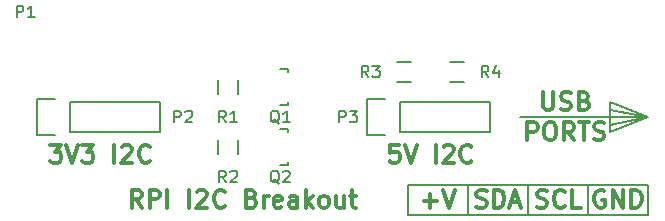
<source format=gbr>
%TF.GenerationSoftware,KiCad,Pcbnew,5.1.6+dfsg1-1~bpo10+1*%
%TF.CreationDate,2020-07-13T16:37:17+08:00*%
%TF.ProjectId,Pi-I2C,50692d49-3243-42e6-9b69-6361645f7063,rev?*%
%TF.SameCoordinates,Original*%
%TF.FileFunction,Legend,Top*%
%TF.FilePolarity,Positive*%
%FSLAX46Y46*%
G04 Gerber Fmt 4.6, Leading zero omitted, Abs format (unit mm)*
G04 Created by KiCad (PCBNEW 5.1.6+dfsg1-1~bpo10+1) date 2020-07-13 16:37:17*
%MOMM*%
%LPD*%
G01*
G04 APERTURE LIST*
%ADD10C,0.300000*%
%ADD11C,0.200000*%
%ADD12C,0.150000*%
G04 APERTURE END LIST*
D10*
X158469285Y-93388571D02*
X157969285Y-92674285D01*
X157612142Y-93388571D02*
X157612142Y-91888571D01*
X158183571Y-91888571D01*
X158326428Y-91960000D01*
X158397857Y-92031428D01*
X158469285Y-92174285D01*
X158469285Y-92388571D01*
X158397857Y-92531428D01*
X158326428Y-92602857D01*
X158183571Y-92674285D01*
X157612142Y-92674285D01*
X159112142Y-93388571D02*
X159112142Y-91888571D01*
X159683571Y-91888571D01*
X159826428Y-91960000D01*
X159897857Y-92031428D01*
X159969285Y-92174285D01*
X159969285Y-92388571D01*
X159897857Y-92531428D01*
X159826428Y-92602857D01*
X159683571Y-92674285D01*
X159112142Y-92674285D01*
X160612142Y-93388571D02*
X160612142Y-91888571D01*
X162469285Y-93388571D02*
X162469285Y-91888571D01*
X163112142Y-92031428D02*
X163183571Y-91960000D01*
X163326428Y-91888571D01*
X163683571Y-91888571D01*
X163826428Y-91960000D01*
X163897857Y-92031428D01*
X163969285Y-92174285D01*
X163969285Y-92317142D01*
X163897857Y-92531428D01*
X163040714Y-93388571D01*
X163969285Y-93388571D01*
X165469285Y-93245714D02*
X165397857Y-93317142D01*
X165183571Y-93388571D01*
X165040714Y-93388571D01*
X164826428Y-93317142D01*
X164683571Y-93174285D01*
X164612142Y-93031428D01*
X164540714Y-92745714D01*
X164540714Y-92531428D01*
X164612142Y-92245714D01*
X164683571Y-92102857D01*
X164826428Y-91960000D01*
X165040714Y-91888571D01*
X165183571Y-91888571D01*
X165397857Y-91960000D01*
X165469285Y-92031428D01*
X167755000Y-92602857D02*
X167969285Y-92674285D01*
X168040714Y-92745714D01*
X168112142Y-92888571D01*
X168112142Y-93102857D01*
X168040714Y-93245714D01*
X167969285Y-93317142D01*
X167826428Y-93388571D01*
X167255000Y-93388571D01*
X167255000Y-91888571D01*
X167755000Y-91888571D01*
X167897857Y-91960000D01*
X167969285Y-92031428D01*
X168040714Y-92174285D01*
X168040714Y-92317142D01*
X167969285Y-92460000D01*
X167897857Y-92531428D01*
X167755000Y-92602857D01*
X167255000Y-92602857D01*
X168755000Y-93388571D02*
X168755000Y-92388571D01*
X168755000Y-92674285D02*
X168826428Y-92531428D01*
X168897857Y-92460000D01*
X169040714Y-92388571D01*
X169183571Y-92388571D01*
X170255000Y-93317142D02*
X170112142Y-93388571D01*
X169826428Y-93388571D01*
X169683571Y-93317142D01*
X169612142Y-93174285D01*
X169612142Y-92602857D01*
X169683571Y-92460000D01*
X169826428Y-92388571D01*
X170112142Y-92388571D01*
X170255000Y-92460000D01*
X170326428Y-92602857D01*
X170326428Y-92745714D01*
X169612142Y-92888571D01*
X171612142Y-93388571D02*
X171612142Y-92602857D01*
X171540714Y-92460000D01*
X171397857Y-92388571D01*
X171112142Y-92388571D01*
X170969285Y-92460000D01*
X171612142Y-93317142D02*
X171469285Y-93388571D01*
X171112142Y-93388571D01*
X170969285Y-93317142D01*
X170897857Y-93174285D01*
X170897857Y-93031428D01*
X170969285Y-92888571D01*
X171112142Y-92817142D01*
X171469285Y-92817142D01*
X171612142Y-92745714D01*
X172326428Y-93388571D02*
X172326428Y-91888571D01*
X172469285Y-92817142D02*
X172897857Y-93388571D01*
X172897857Y-92388571D02*
X172326428Y-92960000D01*
X173755000Y-93388571D02*
X173612142Y-93317142D01*
X173540714Y-93245714D01*
X173469285Y-93102857D01*
X173469285Y-92674285D01*
X173540714Y-92531428D01*
X173612142Y-92460000D01*
X173755000Y-92388571D01*
X173969285Y-92388571D01*
X174112142Y-92460000D01*
X174183571Y-92531428D01*
X174255000Y-92674285D01*
X174255000Y-93102857D01*
X174183571Y-93245714D01*
X174112142Y-93317142D01*
X173969285Y-93388571D01*
X173755000Y-93388571D01*
X175540714Y-92388571D02*
X175540714Y-93388571D01*
X174897857Y-92388571D02*
X174897857Y-93174285D01*
X174969285Y-93317142D01*
X175112142Y-93388571D01*
X175326428Y-93388571D01*
X175469285Y-93317142D01*
X175540714Y-93245714D01*
X176040714Y-92388571D02*
X176612142Y-92388571D01*
X176255000Y-91888571D02*
X176255000Y-93174285D01*
X176326428Y-93317142D01*
X176469285Y-93388571D01*
X176612142Y-93388571D01*
X191095714Y-87673571D02*
X191095714Y-86173571D01*
X191667142Y-86173571D01*
X191810000Y-86245000D01*
X191881428Y-86316428D01*
X191952857Y-86459285D01*
X191952857Y-86673571D01*
X191881428Y-86816428D01*
X191810000Y-86887857D01*
X191667142Y-86959285D01*
X191095714Y-86959285D01*
X192881428Y-86173571D02*
X193167142Y-86173571D01*
X193310000Y-86245000D01*
X193452857Y-86387857D01*
X193524285Y-86673571D01*
X193524285Y-87173571D01*
X193452857Y-87459285D01*
X193310000Y-87602142D01*
X193167142Y-87673571D01*
X192881428Y-87673571D01*
X192738571Y-87602142D01*
X192595714Y-87459285D01*
X192524285Y-87173571D01*
X192524285Y-86673571D01*
X192595714Y-86387857D01*
X192738571Y-86245000D01*
X192881428Y-86173571D01*
X195024285Y-87673571D02*
X194524285Y-86959285D01*
X194167142Y-87673571D02*
X194167142Y-86173571D01*
X194738571Y-86173571D01*
X194881428Y-86245000D01*
X194952857Y-86316428D01*
X195024285Y-86459285D01*
X195024285Y-86673571D01*
X194952857Y-86816428D01*
X194881428Y-86887857D01*
X194738571Y-86959285D01*
X194167142Y-86959285D01*
X195452857Y-86173571D02*
X196310000Y-86173571D01*
X195881428Y-87673571D02*
X195881428Y-86173571D01*
X196738571Y-87602142D02*
X196952857Y-87673571D01*
X197310000Y-87673571D01*
X197452857Y-87602142D01*
X197524285Y-87530714D01*
X197595714Y-87387857D01*
X197595714Y-87245000D01*
X197524285Y-87102142D01*
X197452857Y-87030714D01*
X197310000Y-86959285D01*
X197024285Y-86887857D01*
X196881428Y-86816428D01*
X196810000Y-86745000D01*
X196738571Y-86602142D01*
X196738571Y-86459285D01*
X196810000Y-86316428D01*
X196881428Y-86245000D01*
X197024285Y-86173571D01*
X197381428Y-86173571D01*
X197595714Y-86245000D01*
X150690000Y-88078571D02*
X151618571Y-88078571D01*
X151118571Y-88650000D01*
X151332857Y-88650000D01*
X151475714Y-88721428D01*
X151547142Y-88792857D01*
X151618571Y-88935714D01*
X151618571Y-89292857D01*
X151547142Y-89435714D01*
X151475714Y-89507142D01*
X151332857Y-89578571D01*
X150904285Y-89578571D01*
X150761428Y-89507142D01*
X150690000Y-89435714D01*
X152047142Y-88078571D02*
X152547142Y-89578571D01*
X153047142Y-88078571D01*
X153404285Y-88078571D02*
X154332857Y-88078571D01*
X153832857Y-88650000D01*
X154047142Y-88650000D01*
X154190000Y-88721428D01*
X154261428Y-88792857D01*
X154332857Y-88935714D01*
X154332857Y-89292857D01*
X154261428Y-89435714D01*
X154190000Y-89507142D01*
X154047142Y-89578571D01*
X153618571Y-89578571D01*
X153475714Y-89507142D01*
X153404285Y-89435714D01*
X156118571Y-89578571D02*
X156118571Y-88078571D01*
X156761428Y-88221428D02*
X156832857Y-88150000D01*
X156975714Y-88078571D01*
X157332857Y-88078571D01*
X157475714Y-88150000D01*
X157547142Y-88221428D01*
X157618571Y-88364285D01*
X157618571Y-88507142D01*
X157547142Y-88721428D01*
X156690000Y-89578571D01*
X157618571Y-89578571D01*
X159118571Y-89435714D02*
X159047142Y-89507142D01*
X158832857Y-89578571D01*
X158690000Y-89578571D01*
X158475714Y-89507142D01*
X158332857Y-89364285D01*
X158261428Y-89221428D01*
X158190000Y-88935714D01*
X158190000Y-88721428D01*
X158261428Y-88435714D01*
X158332857Y-88292857D01*
X158475714Y-88150000D01*
X158690000Y-88078571D01*
X158832857Y-88078571D01*
X159047142Y-88150000D01*
X159118571Y-88221428D01*
X180201428Y-88078571D02*
X179487142Y-88078571D01*
X179415714Y-88792857D01*
X179487142Y-88721428D01*
X179630000Y-88650000D01*
X179987142Y-88650000D01*
X180130000Y-88721428D01*
X180201428Y-88792857D01*
X180272857Y-88935714D01*
X180272857Y-89292857D01*
X180201428Y-89435714D01*
X180130000Y-89507142D01*
X179987142Y-89578571D01*
X179630000Y-89578571D01*
X179487142Y-89507142D01*
X179415714Y-89435714D01*
X180701428Y-88078571D02*
X181201428Y-89578571D01*
X181701428Y-88078571D01*
X183344285Y-89578571D02*
X183344285Y-88078571D01*
X183987142Y-88221428D02*
X184058571Y-88150000D01*
X184201428Y-88078571D01*
X184558571Y-88078571D01*
X184701428Y-88150000D01*
X184772857Y-88221428D01*
X184844285Y-88364285D01*
X184844285Y-88507142D01*
X184772857Y-88721428D01*
X183915714Y-89578571D01*
X184844285Y-89578571D01*
X186344285Y-89435714D02*
X186272857Y-89507142D01*
X186058571Y-89578571D01*
X185915714Y-89578571D01*
X185701428Y-89507142D01*
X185558571Y-89364285D01*
X185487142Y-89221428D01*
X185415714Y-88935714D01*
X185415714Y-88721428D01*
X185487142Y-88435714D01*
X185558571Y-88292857D01*
X185701428Y-88150000D01*
X185915714Y-88078571D01*
X186058571Y-88078571D01*
X186272857Y-88150000D01*
X186344285Y-88221428D01*
X192417142Y-83633571D02*
X192417142Y-84847857D01*
X192488571Y-84990714D01*
X192560000Y-85062142D01*
X192702857Y-85133571D01*
X192988571Y-85133571D01*
X193131428Y-85062142D01*
X193202857Y-84990714D01*
X193274285Y-84847857D01*
X193274285Y-83633571D01*
X193917142Y-85062142D02*
X194131428Y-85133571D01*
X194488571Y-85133571D01*
X194631428Y-85062142D01*
X194702857Y-84990714D01*
X194774285Y-84847857D01*
X194774285Y-84705000D01*
X194702857Y-84562142D01*
X194631428Y-84490714D01*
X194488571Y-84419285D01*
X194202857Y-84347857D01*
X194060000Y-84276428D01*
X193988571Y-84205000D01*
X193917142Y-84062142D01*
X193917142Y-83919285D01*
X193988571Y-83776428D01*
X194060000Y-83705000D01*
X194202857Y-83633571D01*
X194560000Y-83633571D01*
X194774285Y-83705000D01*
X195917142Y-84347857D02*
X196131428Y-84419285D01*
X196202857Y-84490714D01*
X196274285Y-84633571D01*
X196274285Y-84847857D01*
X196202857Y-84990714D01*
X196131428Y-85062142D01*
X195988571Y-85133571D01*
X195417142Y-85133571D01*
X195417142Y-83633571D01*
X195917142Y-83633571D01*
X196060000Y-83705000D01*
X196131428Y-83776428D01*
X196202857Y-83919285D01*
X196202857Y-84062142D01*
X196131428Y-84205000D01*
X196060000Y-84276428D01*
X195917142Y-84347857D01*
X195417142Y-84347857D01*
D11*
X198120000Y-85090000D02*
X201295000Y-85725000D01*
X198120000Y-86360000D02*
X198120000Y-85090000D01*
X201295000Y-85725000D02*
X198120000Y-86360000D01*
X198120000Y-86995000D02*
X201295000Y-85725000D01*
X198120000Y-84455000D02*
X198120000Y-86995000D01*
X201295000Y-85725000D02*
X198120000Y-84455000D01*
X190500000Y-85725000D02*
X201295000Y-85725000D01*
X180975000Y-91440000D02*
X186055000Y-91440000D01*
X180975000Y-93980000D02*
X180975000Y-91440000D01*
X186055000Y-93980000D02*
X180975000Y-93980000D01*
X201295000Y-91440000D02*
X196215000Y-91440000D01*
X201295000Y-93980000D02*
X201295000Y-91440000D01*
X196215000Y-93980000D02*
X201295000Y-93980000D01*
X196215000Y-91440000D02*
X191135000Y-91440000D01*
X196215000Y-93980000D02*
X196215000Y-91440000D01*
X191135000Y-93980000D02*
X196215000Y-93980000D01*
X186055000Y-93980000D02*
X191135000Y-93980000D01*
X191135000Y-93980000D02*
X186055000Y-93980000D01*
X191135000Y-91440000D02*
X191135000Y-93980000D01*
X186055000Y-91440000D02*
X191135000Y-91440000D01*
X186055000Y-93980000D02*
X186055000Y-91440000D01*
D10*
X197612142Y-91960000D02*
X197469285Y-91888571D01*
X197255000Y-91888571D01*
X197040714Y-91960000D01*
X196897857Y-92102857D01*
X196826428Y-92245714D01*
X196755000Y-92531428D01*
X196755000Y-92745714D01*
X196826428Y-93031428D01*
X196897857Y-93174285D01*
X197040714Y-93317142D01*
X197255000Y-93388571D01*
X197397857Y-93388571D01*
X197612142Y-93317142D01*
X197683571Y-93245714D01*
X197683571Y-92745714D01*
X197397857Y-92745714D01*
X198326428Y-93388571D02*
X198326428Y-91888571D01*
X199183571Y-93388571D01*
X199183571Y-91888571D01*
X199897857Y-93388571D02*
X199897857Y-91888571D01*
X200255000Y-91888571D01*
X200469285Y-91960000D01*
X200612142Y-92102857D01*
X200683571Y-92245714D01*
X200755000Y-92531428D01*
X200755000Y-92745714D01*
X200683571Y-93031428D01*
X200612142Y-93174285D01*
X200469285Y-93317142D01*
X200255000Y-93388571D01*
X199897857Y-93388571D01*
X191889285Y-93317142D02*
X192103571Y-93388571D01*
X192460714Y-93388571D01*
X192603571Y-93317142D01*
X192675000Y-93245714D01*
X192746428Y-93102857D01*
X192746428Y-92960000D01*
X192675000Y-92817142D01*
X192603571Y-92745714D01*
X192460714Y-92674285D01*
X192175000Y-92602857D01*
X192032142Y-92531428D01*
X191960714Y-92460000D01*
X191889285Y-92317142D01*
X191889285Y-92174285D01*
X191960714Y-92031428D01*
X192032142Y-91960000D01*
X192175000Y-91888571D01*
X192532142Y-91888571D01*
X192746428Y-91960000D01*
X194246428Y-93245714D02*
X194175000Y-93317142D01*
X193960714Y-93388571D01*
X193817857Y-93388571D01*
X193603571Y-93317142D01*
X193460714Y-93174285D01*
X193389285Y-93031428D01*
X193317857Y-92745714D01*
X193317857Y-92531428D01*
X193389285Y-92245714D01*
X193460714Y-92102857D01*
X193603571Y-91960000D01*
X193817857Y-91888571D01*
X193960714Y-91888571D01*
X194175000Y-91960000D01*
X194246428Y-92031428D01*
X195603571Y-93388571D02*
X194889285Y-93388571D01*
X194889285Y-91888571D01*
X186773571Y-93317142D02*
X186987857Y-93388571D01*
X187345000Y-93388571D01*
X187487857Y-93317142D01*
X187559285Y-93245714D01*
X187630714Y-93102857D01*
X187630714Y-92960000D01*
X187559285Y-92817142D01*
X187487857Y-92745714D01*
X187345000Y-92674285D01*
X187059285Y-92602857D01*
X186916428Y-92531428D01*
X186845000Y-92460000D01*
X186773571Y-92317142D01*
X186773571Y-92174285D01*
X186845000Y-92031428D01*
X186916428Y-91960000D01*
X187059285Y-91888571D01*
X187416428Y-91888571D01*
X187630714Y-91960000D01*
X188273571Y-93388571D02*
X188273571Y-91888571D01*
X188630714Y-91888571D01*
X188845000Y-91960000D01*
X188987857Y-92102857D01*
X189059285Y-92245714D01*
X189130714Y-92531428D01*
X189130714Y-92745714D01*
X189059285Y-93031428D01*
X188987857Y-93174285D01*
X188845000Y-93317142D01*
X188630714Y-93388571D01*
X188273571Y-93388571D01*
X189702142Y-92960000D02*
X190416428Y-92960000D01*
X189559285Y-93388571D02*
X190059285Y-91888571D01*
X190559285Y-93388571D01*
X182300714Y-92817142D02*
X183443571Y-92817142D01*
X182872142Y-93388571D02*
X182872142Y-92245714D01*
X183943571Y-91888571D02*
X184443571Y-93388571D01*
X184943571Y-91888571D01*
D12*
%TO.C,P3*%
X177520000Y-87275000D02*
X177520000Y-84175000D01*
X179070000Y-87275000D02*
X177520000Y-87275000D01*
X180340000Y-84455000D02*
X180340000Y-86995000D01*
X187960000Y-86995000D02*
X187960000Y-84455000D01*
X177520000Y-84175000D02*
X179070000Y-84175000D01*
X180340000Y-84455000D02*
X187960000Y-84455000D01*
X180340000Y-86995000D02*
X187960000Y-86995000D01*
%TO.C,Q2*%
X170830240Y-89764820D02*
X170129200Y-89764820D01*
X170830240Y-89564160D02*
X170830240Y-89764820D01*
X170830240Y-86765180D02*
X170830240Y-87014100D01*
X170129200Y-86765180D02*
X170830240Y-86765180D01*
X170830240Y-89564160D02*
X170830240Y-89515900D01*
%TO.C,P2*%
X149580000Y-87275000D02*
X149580000Y-84175000D01*
X151130000Y-87275000D02*
X149580000Y-87275000D01*
X152400000Y-84455000D02*
X152400000Y-86995000D01*
X160020000Y-86995000D02*
X160020000Y-84455000D01*
X149580000Y-84175000D02*
X151130000Y-84175000D01*
X152400000Y-84455000D02*
X160020000Y-84455000D01*
X152400000Y-86995000D02*
X160020000Y-86995000D01*
%TO.C,Q1*%
X170830240Y-84684820D02*
X170129200Y-84684820D01*
X170830240Y-84484160D02*
X170830240Y-84684820D01*
X170830240Y-81685180D02*
X170830240Y-81934100D01*
X170129200Y-81685180D02*
X170830240Y-81685180D01*
X170830240Y-84484160D02*
X170830240Y-84435900D01*
%TO.C,R1*%
X166610000Y-82585000D02*
X166610000Y-83785000D01*
X164860000Y-83785000D02*
X164860000Y-82585000D01*
%TO.C,R2*%
X166610000Y-87665000D02*
X166610000Y-88865000D01*
X164860000Y-88865000D02*
X164860000Y-87665000D01*
%TO.C,R3*%
X180060000Y-81040000D02*
X181260000Y-81040000D01*
X181260000Y-82790000D02*
X180060000Y-82790000D01*
%TO.C,R4*%
X185700000Y-82790000D02*
X184500000Y-82790000D01*
X184500000Y-81040000D02*
X185700000Y-81040000D01*
%TO.C,P3*%
X175156904Y-86177380D02*
X175156904Y-85177380D01*
X175537857Y-85177380D01*
X175633095Y-85225000D01*
X175680714Y-85272619D01*
X175728333Y-85367857D01*
X175728333Y-85510714D01*
X175680714Y-85605952D01*
X175633095Y-85653571D01*
X175537857Y-85701190D01*
X175156904Y-85701190D01*
X176061666Y-85177380D02*
X176680714Y-85177380D01*
X176347380Y-85558333D01*
X176490238Y-85558333D01*
X176585476Y-85605952D01*
X176633095Y-85653571D01*
X176680714Y-85748809D01*
X176680714Y-85986904D01*
X176633095Y-86082142D01*
X176585476Y-86129761D01*
X176490238Y-86177380D01*
X176204523Y-86177380D01*
X176109285Y-86129761D01*
X176061666Y-86082142D01*
%TO.C,P1*%
X147851904Y-77287380D02*
X147851904Y-76287380D01*
X148232857Y-76287380D01*
X148328095Y-76335000D01*
X148375714Y-76382619D01*
X148423333Y-76477857D01*
X148423333Y-76620714D01*
X148375714Y-76715952D01*
X148328095Y-76763571D01*
X148232857Y-76811190D01*
X147851904Y-76811190D01*
X149375714Y-77287380D02*
X148804285Y-77287380D01*
X149090000Y-77287380D02*
X149090000Y-76287380D01*
X148994761Y-76430238D01*
X148899523Y-76525476D01*
X148804285Y-76573095D01*
%TO.C,Q2*%
X170084761Y-91352619D02*
X169989523Y-91305000D01*
X169894285Y-91209761D01*
X169751428Y-91066904D01*
X169656190Y-91019285D01*
X169560952Y-91019285D01*
X169608571Y-91257380D02*
X169513333Y-91209761D01*
X169418095Y-91114523D01*
X169370476Y-90924047D01*
X169370476Y-90590714D01*
X169418095Y-90400238D01*
X169513333Y-90305000D01*
X169608571Y-90257380D01*
X169799047Y-90257380D01*
X169894285Y-90305000D01*
X169989523Y-90400238D01*
X170037142Y-90590714D01*
X170037142Y-90924047D01*
X169989523Y-91114523D01*
X169894285Y-91209761D01*
X169799047Y-91257380D01*
X169608571Y-91257380D01*
X170418095Y-90352619D02*
X170465714Y-90305000D01*
X170560952Y-90257380D01*
X170799047Y-90257380D01*
X170894285Y-90305000D01*
X170941904Y-90352619D01*
X170989523Y-90447857D01*
X170989523Y-90543095D01*
X170941904Y-90685952D01*
X170370476Y-91257380D01*
X170989523Y-91257380D01*
%TO.C,P2*%
X161186904Y-86177380D02*
X161186904Y-85177380D01*
X161567857Y-85177380D01*
X161663095Y-85225000D01*
X161710714Y-85272619D01*
X161758333Y-85367857D01*
X161758333Y-85510714D01*
X161710714Y-85605952D01*
X161663095Y-85653571D01*
X161567857Y-85701190D01*
X161186904Y-85701190D01*
X162139285Y-85272619D02*
X162186904Y-85225000D01*
X162282142Y-85177380D01*
X162520238Y-85177380D01*
X162615476Y-85225000D01*
X162663095Y-85272619D01*
X162710714Y-85367857D01*
X162710714Y-85463095D01*
X162663095Y-85605952D01*
X162091666Y-86177380D01*
X162710714Y-86177380D01*
%TO.C,Q1*%
X170084761Y-86272619D02*
X169989523Y-86225000D01*
X169894285Y-86129761D01*
X169751428Y-85986904D01*
X169656190Y-85939285D01*
X169560952Y-85939285D01*
X169608571Y-86177380D02*
X169513333Y-86129761D01*
X169418095Y-86034523D01*
X169370476Y-85844047D01*
X169370476Y-85510714D01*
X169418095Y-85320238D01*
X169513333Y-85225000D01*
X169608571Y-85177380D01*
X169799047Y-85177380D01*
X169894285Y-85225000D01*
X169989523Y-85320238D01*
X170037142Y-85510714D01*
X170037142Y-85844047D01*
X169989523Y-86034523D01*
X169894285Y-86129761D01*
X169799047Y-86177380D01*
X169608571Y-86177380D01*
X170989523Y-86177380D02*
X170418095Y-86177380D01*
X170703809Y-86177380D02*
X170703809Y-85177380D01*
X170608571Y-85320238D01*
X170513333Y-85415476D01*
X170418095Y-85463095D01*
%TO.C,R1*%
X165568333Y-86177380D02*
X165235000Y-85701190D01*
X164996904Y-86177380D02*
X164996904Y-85177380D01*
X165377857Y-85177380D01*
X165473095Y-85225000D01*
X165520714Y-85272619D01*
X165568333Y-85367857D01*
X165568333Y-85510714D01*
X165520714Y-85605952D01*
X165473095Y-85653571D01*
X165377857Y-85701190D01*
X164996904Y-85701190D01*
X166520714Y-86177380D02*
X165949285Y-86177380D01*
X166235000Y-86177380D02*
X166235000Y-85177380D01*
X166139761Y-85320238D01*
X166044523Y-85415476D01*
X165949285Y-85463095D01*
%TO.C,R2*%
X165568333Y-91257380D02*
X165235000Y-90781190D01*
X164996904Y-91257380D02*
X164996904Y-90257380D01*
X165377857Y-90257380D01*
X165473095Y-90305000D01*
X165520714Y-90352619D01*
X165568333Y-90447857D01*
X165568333Y-90590714D01*
X165520714Y-90685952D01*
X165473095Y-90733571D01*
X165377857Y-90781190D01*
X164996904Y-90781190D01*
X165949285Y-90352619D02*
X165996904Y-90305000D01*
X166092142Y-90257380D01*
X166330238Y-90257380D01*
X166425476Y-90305000D01*
X166473095Y-90352619D01*
X166520714Y-90447857D01*
X166520714Y-90543095D01*
X166473095Y-90685952D01*
X165901666Y-91257380D01*
X166520714Y-91257380D01*
%TO.C,R3*%
X177633333Y-82367380D02*
X177300000Y-81891190D01*
X177061904Y-82367380D02*
X177061904Y-81367380D01*
X177442857Y-81367380D01*
X177538095Y-81415000D01*
X177585714Y-81462619D01*
X177633333Y-81557857D01*
X177633333Y-81700714D01*
X177585714Y-81795952D01*
X177538095Y-81843571D01*
X177442857Y-81891190D01*
X177061904Y-81891190D01*
X177966666Y-81367380D02*
X178585714Y-81367380D01*
X178252380Y-81748333D01*
X178395238Y-81748333D01*
X178490476Y-81795952D01*
X178538095Y-81843571D01*
X178585714Y-81938809D01*
X178585714Y-82176904D01*
X178538095Y-82272142D01*
X178490476Y-82319761D01*
X178395238Y-82367380D01*
X178109523Y-82367380D01*
X178014285Y-82319761D01*
X177966666Y-82272142D01*
%TO.C,R4*%
X187793333Y-82367380D02*
X187460000Y-81891190D01*
X187221904Y-82367380D02*
X187221904Y-81367380D01*
X187602857Y-81367380D01*
X187698095Y-81415000D01*
X187745714Y-81462619D01*
X187793333Y-81557857D01*
X187793333Y-81700714D01*
X187745714Y-81795952D01*
X187698095Y-81843571D01*
X187602857Y-81891190D01*
X187221904Y-81891190D01*
X188650476Y-81700714D02*
X188650476Y-82367380D01*
X188412380Y-81319761D02*
X188174285Y-82034047D01*
X188793333Y-82034047D01*
%TD*%
M02*

</source>
